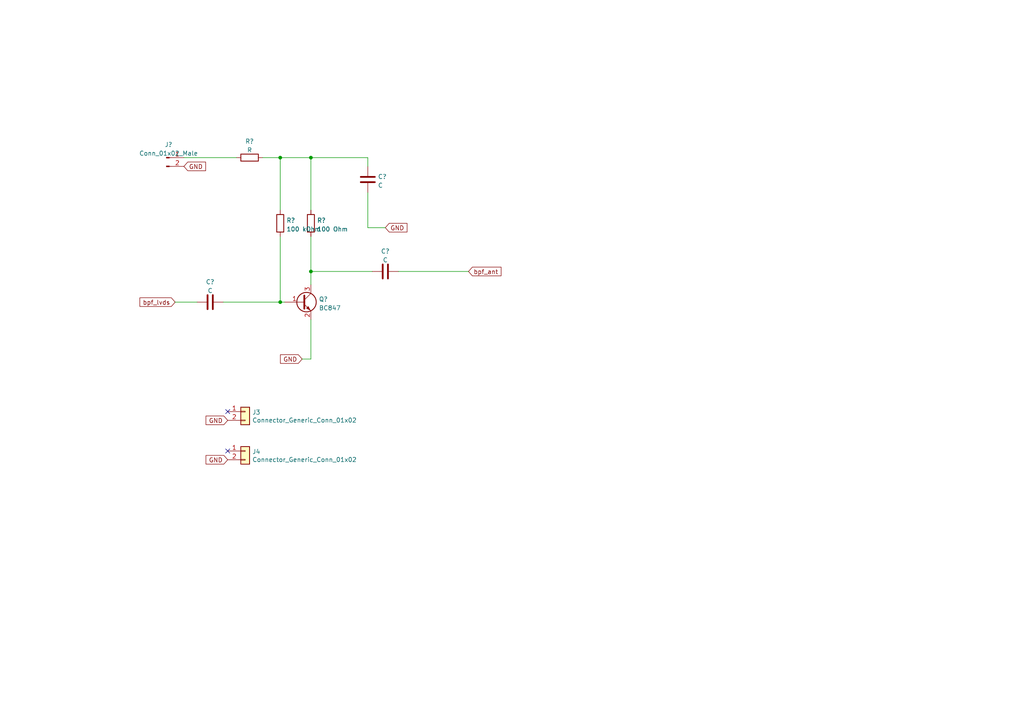
<source format=kicad_sch>
(kicad_sch (version 20211123) (generator eeschema)
  (paper "A4")
  (lib_symbols
    (symbol "Connector:Conn_01x02_Male" (pin_names (offset 1.016) hide)
      (property "Reference" "J" (at 0 2.54 0))
      (property "Value" "Conn_01x02_Male" (at 0 -5.08 0))
      (symbol "Conn_01x02_Male_1_1"
        (polyline (pts (xy 1.27 -2.54) (xy 0.8636 -2.54)) (stroke (width 0.1524)))
        (polyline (pts (xy 1.27 0) (xy 0.8636 0)) (stroke (width 0.1524)))
        (rectangle (start 0.8636 -2.413) (end 0 -2.667) (stroke (width 0.1524)) (fill (type outline)))
        (rectangle (start 0.8636 0.127) (end 0 -0.127) (stroke (width 0.1524)) (fill (type outline)))
        (pin passive line (at 5.08 0 180) (length 3.81) (name "Pin_1") (number "1"))
        (pin passive line (at 5.08 -2.54 180) (length 3.81) (name "Pin_2") (number "2"))
      )
    )
    (symbol "Device:C" (pin_numbers hide) (pin_names (offset 0.254))
      (property "Reference" "C" (at 0.635 2.54 0))
      (property "Value" "C" (at 0.635 -2.54 0))
      (symbol "C_0_1"
        (polyline (pts (xy -2.032 -0.762) (xy 2.032 -0.762)) (stroke (width 0.508)))
        (polyline (pts (xy -2.032 0.762) (xy 2.032 0.762)) (stroke (width 0.508)))
      )
      (symbol "C_1_1"
        (pin passive line (at 0 3.81 270) (length 2.794) (name "~") (number "1"))
        (pin passive line (at 0 -3.81 90) (length 2.794) (name "~") (number "2"))
      )
    )
    (symbol "Device:R" (pin_numbers hide) (pin_names (offset 0))
      (property "Reference" "R" (at 2.032 0 90))
      (property "Value" "R" (at 0 0 90))
      (symbol "R_0_1"
        (rectangle (start -1.016 -2.54) (end 1.016 2.54) (stroke (width 0.254)))
      )
      (symbol "R_1_1"
        (pin passive line (at 0 3.81 270) (length 1.27) (name "~") (number "1"))
        (pin passive line (at 0 -3.81 90) (length 1.27) (name "~") (number "2"))
      )
    )
    (symbol "Transistor_BJT:BC847" (pin_names (offset 0) hide)
      (property "Reference" "Q" (at 5.08 1.905 0))
      (property "Value" "BC847" (at 5.08 0 0))
      (symbol "BC847_0_1"
        (polyline (pts (xy 0.635 0.635) (xy 2.54 2.54)))
        (polyline (pts (xy 0.635 -0.635) (xy 2.54 -2.54) (xy 2.54 -2.54)))
        (polyline (pts (xy 0.635 1.905) (xy 0.635 -1.905) (xy 0.635 -1.905)) (stroke (width 0.508)))
        (polyline (pts (xy 1.27 -1.778) (xy 1.778 -1.27) (xy 2.286 -2.286) (xy 1.27 -1.778) (xy 1.27 -1.778)) (fill (type outline)))
        (circle (center 1.27 0) (radius 2.8194) (stroke (width 0.254)))
      )
      (symbol "BC847_1_1"
        (pin input line (at -5.08 0 0) (length 5.715) (name "B") (number "1"))
        (pin passive line (at 2.54 -5.08 90) (length 2.54) (name "E") (number "2"))
        (pin passive line (at 2.54 5.08 270) (length 2.54) (name "C") (number "3"))
      )
    )
    (symbol "bgt:Connector_Generic_Conn_01x02" (pin_names (offset 1.016) hide)
      (property "Reference" "J" (at 0 2.54 0))
      (property "Value" "bgt_Connector_Generic_Conn_01x02" (at 0 -5.08 0))
      (symbol "Connector_Generic_Conn_01x02_1_1"
        (rectangle (start -1.27 -2.413) (end 0 -2.667) (stroke (width 0.1524)))
        (rectangle (start -1.27 0.127) (end 0 -0.127) (stroke (width 0.1524)))
        (rectangle (start -1.27 1.27) (end 1.27 -3.81) (stroke (width 0.254)) (fill (type background)))
        (pin passive line (at -5.08 0 0) (length 3.81) (name "Pin_1") (number "1"))
        (pin passive line (at -5.08 -2.54 0) (length 3.81) (name "Pin_2") (number "2"))
      )
    )
  )
  (junction (at 90.17 78.74))
  (junction (at 81.28 87.63))
  (junction (at 90.17 45.72))
  (junction (at 81.28 45.72))
  (no_connect (at 66.04 130.81))
  (no_connect (at 66.04 119.38))
  (wire (pts (xy 90.17 92.71) (xy 90.17 104.14)))
  (wire (pts (xy 106.68 66.04) (xy 111.76 66.04)))
  (wire (pts (xy 106.68 55.88) (xy 106.68 66.04)))
  (wire (pts (xy 90.17 104.14) (xy 87.63 104.14)))
  (wire (pts (xy 50.8 87.63) (xy 57.15 87.63)))
  (wire (pts (xy 90.17 78.74) (xy 107.95 78.74)))
  (wire (pts (xy 64.77 87.63) (xy 81.28 87.63)))
  (wire (pts (xy 90.17 82.55) (xy 90.17 78.74)))
  (wire (pts (xy 90.17 45.72) (xy 106.68 45.72)))
  (wire (pts (xy 81.28 45.72) (xy 90.17 45.72)))
  (wire (pts (xy 81.28 45.72) (xy 81.28 60.96)))
  (wire (pts (xy 90.17 45.72) (xy 90.17 60.96)))
  (wire (pts (xy 90.17 68.58) (xy 90.17 78.74)))
  (wire (pts (xy 53.34 45.72) (xy 68.58 45.72)))
  (wire (pts (xy 115.57 78.74) (xy 135.89 78.74)))
  (wire (pts (xy 106.68 45.72) (xy 106.68 48.26)))
  (wire (pts (xy 81.28 68.58) (xy 81.28 87.63)))
  (wire (pts (xy 76.2 45.72) (xy 81.28 45.72)))
  (wire (pts (xy 81.28 87.63) (xy 82.55 87.63)))
  (global_label "GND" (shape input) (at 53.34 48.26 0) (property "Intersheet References" "${INTERSHEET_REFS}" (effects hide)))
  (global_label "GND" (shape input) (at 66.04 121.92 180) (property "Intersheet References" "${INTERSHEET_REFS}" (effects hide)))
  (global_label "GND" (shape input) (at 66.04 133.35 180) (property "Intersheet References" "${INTERSHEET_REFS}" (effects hide)))
  (global_label "bpf_lvds" (shape input) (at 50.8 87.63 180) (property "Intersheet References" "${INTERSHEET_REFS}" (effects hide)))
  (global_label "bpf_ant" (shape input) (at 135.89 78.74 0) (property "Intersheet References" "${INTERSHEET_REFS}" (effects hide)))
  (global_label "GND" (shape input) (at 87.63 104.14 180) (property "Intersheet References" "${INTERSHEET_REFS}" (effects hide)))
  (global_label "GND" (shape input) (at 111.76 66.04 0) (property "Intersheet References" "${INTERSHEET_REFS}" (effects hide)))
  (symbol (lib_id "Device:C") (at 60.96 87.63 90) (unit 1)
    (property "Reference" "C?" (at 60.96 81.7712 90))
    (property "Value" "C" (at 60.96 84.3081 90))
  )
  (symbol (lib_id "Device:R") (at 81.28 64.77 0) (unit 1)
    (property "Reference" "R?" (at 83.058 63.9353 0) (effects (justify left)))
    (property "Value" "100 kOhm" (at 83.058 66.4722 0) (effects (justify left)))
  )
  (symbol (lib_id "Device:R") (at 72.39 45.72 90) (unit 1)
    (property "Reference" "R?" (at 72.39 41.0042 90))
    (property "Value" "R" (at 72.39 43.5411 90))
  )
  (symbol (lib_id "bgt:Connector_Generic_Conn_01x02") (at 71.12 130.81 0) (unit 1)
    (property "Reference" "J4" (at 73.152 131.0132 0) (effects (justify left)))
    (property "Value" "Connector_Generic_Conn_01x02" (at 73.152 133.3246 0) (effects (justify left)))
    (property "Footprint" "Connector_PinHeader_2.54mm:PinHeader_1x02_P2.54mm_Vertical" (effects hide))
  )
  (symbol (lib_id "Transistor_BJT:BC847") (at 87.63 87.63 0) (unit 1)
    (property "Reference" "Q?" (at 92.4814 86.7953 0) (effects (justify left)))
    (property "Value" "BC847" (at 92.4814 89.3322 0) (effects (justify left)))
    (property "Footprint" "Package_TO_SOT_SMD:SOT-23" (effects hide))
    (property "Datasheet" "http://www.infineon.com/dgdl/Infineon-BC847SERIES_BC848SERIES_BC849SERIES_BC850SERIES-DS-v01_01-en.pdf?fileId=db3a304314dca389011541d4630a1657" (effects hide))
  )
  (symbol (lib_id "bgt:Connector_Generic_Conn_01x02") (at 71.12 119.38 0) (unit 1)
    (property "Reference" "J3" (at 73.152 119.5832 0) (effects (justify left)))
    (property "Value" "Connector_Generic_Conn_01x02" (at 73.152 121.8946 0) (effects (justify left)))
    (property "Footprint" "Connector_PinHeader_2.54mm:PinHeader_1x02_P2.54mm_Vertical" (effects hide))
  )
  (symbol (lib_id "Device:C") (at 106.68 52.07 0) (unit 1)
    (property "Reference" "C?" (at 109.601 51.2353 0) (effects (justify left)))
    (property "Value" "C" (at 109.601 53.7722 0) (effects (justify left)))
  )
  (symbol (lib_id "Connector:Conn_01x02_Male") (at 48.26 45.72 0) (unit 1)
    (property "Reference" "J?" (at 48.895 41.944 0))
    (property "Value" "Conn_01x02_Male" (at 48.895 44.4809 0))
  )
  (symbol (lib_id "Device:R") (at 90.17 64.77 0) (unit 1)
    (property "Reference" "R?" (at 91.948 63.9353 0) (effects (justify left)))
    (property "Value" "100 Ohm" (at 91.948 66.4722 0) (effects (justify left)))
  )
  (symbol (lib_id "Device:C") (at 111.76 78.74 90) (unit 1)
    (property "Reference" "C?" (at 111.76 72.8812 90))
    (property "Value" "C" (at 111.76 75.4181 90))
  )
)
</source>
